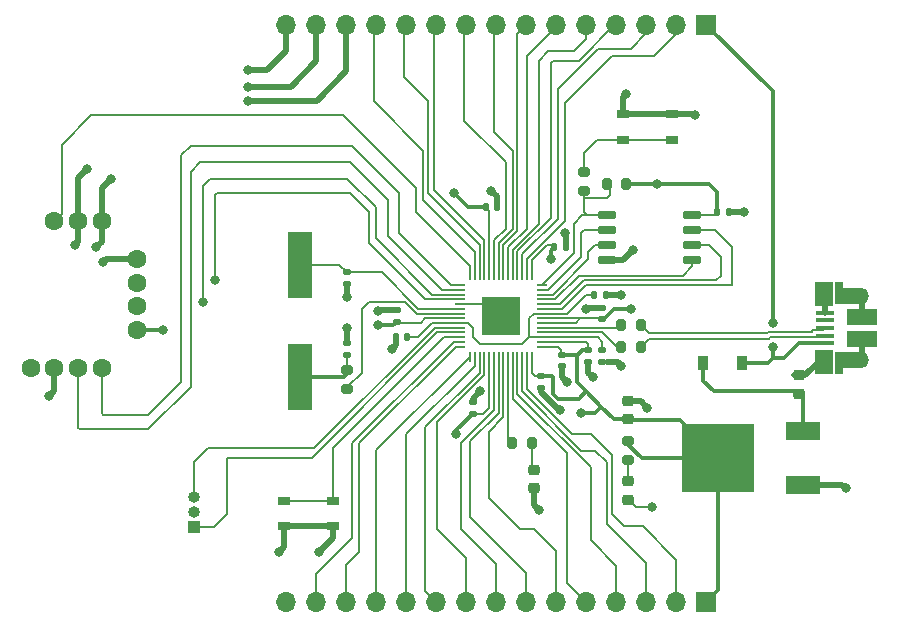
<source format=gbr>
%TF.GenerationSoftware,KiCad,Pcbnew,(6.0.6)*%
%TF.CreationDate,2022-08-27T21:29:47+05:30*%
%TF.ProjectId,rp2040-ble,72703230-3430-42d6-926c-652e6b696361,rev?*%
%TF.SameCoordinates,Original*%
%TF.FileFunction,Copper,L1,Top*%
%TF.FilePolarity,Positive*%
%FSLAX46Y46*%
G04 Gerber Fmt 4.6, Leading zero omitted, Abs format (unit mm)*
G04 Created by KiCad (PCBNEW (6.0.6)) date 2022-08-27 21:29:47*
%MOMM*%
%LPD*%
G01*
G04 APERTURE LIST*
G04 Aperture macros list*
%AMRoundRect*
0 Rectangle with rounded corners*
0 $1 Rounding radius*
0 $2 $3 $4 $5 $6 $7 $8 $9 X,Y pos of 4 corners*
0 Add a 4 corners polygon primitive as box body*
4,1,4,$2,$3,$4,$5,$6,$7,$8,$9,$2,$3,0*
0 Add four circle primitives for the rounded corners*
1,1,$1+$1,$2,$3*
1,1,$1+$1,$4,$5*
1,1,$1+$1,$6,$7*
1,1,$1+$1,$8,$9*
0 Add four rect primitives between the rounded corners*
20,1,$1+$1,$2,$3,$4,$5,0*
20,1,$1+$1,$4,$5,$6,$7,0*
20,1,$1+$1,$6,$7,$8,$9,0*
20,1,$1+$1,$8,$9,$2,$3,0*%
G04 Aperture macros list end*
%TA.AperFunction,SMDPad,CuDef*%
%ADD10RoundRect,0.200000X0.200000X0.275000X-0.200000X0.275000X-0.200000X-0.275000X0.200000X-0.275000X0*%
%TD*%
%TA.AperFunction,SMDPad,CuDef*%
%ADD11RoundRect,0.200000X-0.275000X0.200000X-0.275000X-0.200000X0.275000X-0.200000X0.275000X0.200000X0*%
%TD*%
%TA.AperFunction,SMDPad,CuDef*%
%ADD12RoundRect,0.200000X0.275000X-0.200000X0.275000X0.200000X-0.275000X0.200000X-0.275000X-0.200000X0*%
%TD*%
%TA.AperFunction,SMDPad,CuDef*%
%ADD13RoundRect,0.200000X-0.200000X-0.275000X0.200000X-0.275000X0.200000X0.275000X-0.200000X0.275000X0*%
%TD*%
%TA.AperFunction,SMDPad,CuDef*%
%ADD14C,1.600000*%
%TD*%
%TA.AperFunction,SMDPad,CuDef*%
%ADD15RoundRect,0.225000X0.250000X-0.225000X0.250000X0.225000X-0.250000X0.225000X-0.250000X-0.225000X0*%
%TD*%
%TA.AperFunction,SMDPad,CuDef*%
%ADD16RoundRect,0.140000X-0.170000X0.140000X-0.170000X-0.140000X0.170000X-0.140000X0.170000X0.140000X0*%
%TD*%
%TA.AperFunction,ComponentPad*%
%ADD17R,1.700000X1.700000*%
%TD*%
%TA.AperFunction,ComponentPad*%
%ADD18O,1.700000X1.700000*%
%TD*%
%TA.AperFunction,SMDPad,CuDef*%
%ADD19RoundRect,0.150000X-0.650000X-0.150000X0.650000X-0.150000X0.650000X0.150000X-0.650000X0.150000X0*%
%TD*%
%TA.AperFunction,SMDPad,CuDef*%
%ADD20R,2.100000X5.600000*%
%TD*%
%TA.AperFunction,SMDPad,CuDef*%
%ADD21R,3.000000X1.600000*%
%TD*%
%TA.AperFunction,SMDPad,CuDef*%
%ADD22R,6.200000X5.800000*%
%TD*%
%TA.AperFunction,ComponentPad*%
%ADD23R,1.000000X1.000000*%
%TD*%
%TA.AperFunction,ComponentPad*%
%ADD24O,1.000000X1.000000*%
%TD*%
%TA.AperFunction,SMDPad,CuDef*%
%ADD25RoundRect,0.140000X0.170000X-0.140000X0.170000X0.140000X-0.170000X0.140000X-0.170000X-0.140000X0*%
%TD*%
%TA.AperFunction,SMDPad,CuDef*%
%ADD26RoundRect,0.218750X0.256250X-0.218750X0.256250X0.218750X-0.256250X0.218750X-0.256250X-0.218750X0*%
%TD*%
%TA.AperFunction,SMDPad,CuDef*%
%ADD27RoundRect,0.140000X-0.140000X-0.170000X0.140000X-0.170000X0.140000X0.170000X-0.140000X0.170000X0*%
%TD*%
%TA.AperFunction,SMDPad,CuDef*%
%ADD28R,0.900000X1.200000*%
%TD*%
%TA.AperFunction,SMDPad,CuDef*%
%ADD29RoundRect,0.140000X0.140000X0.170000X-0.140000X0.170000X-0.140000X-0.170000X0.140000X-0.170000X0*%
%TD*%
%TA.AperFunction,SMDPad,CuDef*%
%ADD30R,1.650000X0.400000*%
%TD*%
%TA.AperFunction,SMDPad,CuDef*%
%ADD31R,0.700000X1.825000*%
%TD*%
%TA.AperFunction,SMDPad,CuDef*%
%ADD32R,2.500000X1.430000*%
%TD*%
%TA.AperFunction,SMDPad,CuDef*%
%ADD33R,2.000000X1.350000*%
%TD*%
%TA.AperFunction,ComponentPad*%
%ADD34O,1.700000X1.350000*%
%TD*%
%TA.AperFunction,SMDPad,CuDef*%
%ADD35R,1.500000X2.000000*%
%TD*%
%TA.AperFunction,ComponentPad*%
%ADD36O,1.500000X1.100000*%
%TD*%
%TA.AperFunction,SMDPad,CuDef*%
%ADD37R,1.041400X0.660400*%
%TD*%
%TA.AperFunction,SMDPad,CuDef*%
%ADD38R,3.200000X3.200000*%
%TD*%
%TA.AperFunction,SMDPad,CuDef*%
%ADD39RoundRect,0.050000X-0.387500X0.050000X-0.387500X-0.050000X0.387500X-0.050000X0.387500X0.050000X0*%
%TD*%
%TA.AperFunction,SMDPad,CuDef*%
%ADD40RoundRect,0.050000X-0.050000X0.387500X-0.050000X-0.387500X0.050000X-0.387500X0.050000X0.387500X0*%
%TD*%
%TA.AperFunction,ViaPad*%
%ADD41C,0.800000*%
%TD*%
%TA.AperFunction,Conductor*%
%ADD42C,0.200000*%
%TD*%
%TA.AperFunction,Conductor*%
%ADD43C,0.300000*%
%TD*%
%TA.AperFunction,Conductor*%
%ADD44C,0.154000*%
%TD*%
%TA.AperFunction,Conductor*%
%ADD45C,0.500000*%
%TD*%
G04 APERTURE END LIST*
D10*
%TO.P,R8,1*%
%TO.N,+3.3V*%
X143225000Y-87000000D03*
%TO.P,R8,2*%
%TO.N,/QSPI_SS*%
X141575000Y-87000000D03*
%TD*%
D11*
%TO.P,R7,1*%
%TO.N,+3.3V*%
X143400000Y-108775000D03*
%TO.P,R7,2*%
%TO.N,Net-(D2-Pad2)*%
X143400000Y-110425000D03*
%TD*%
D12*
%TO.P,R6,1*%
%TO.N,/QSPI_SS*%
X139600000Y-87625000D03*
%TO.P,R6,2*%
%TO.N,/USB_BOOT*%
X139600000Y-85975000D03*
%TD*%
D13*
%TO.P,R5,1*%
%TO.N,/GPIO25*%
X133575000Y-109000000D03*
%TO.P,R5,2*%
%TO.N,Net-(D1-Pad2)*%
X135225000Y-109000000D03*
%TD*%
D12*
%TO.P,R4,1*%
%TO.N,/XOUT*%
X119600000Y-104425000D03*
%TO.P,R4,2*%
%TO.N,Net-(C13-Pad1)*%
X119600000Y-102775000D03*
%TD*%
D10*
%TO.P,R2,1*%
%TO.N,/USB_CONN_D-*%
X144450000Y-100800000D03*
%TO.P,R2,2*%
%TO.N,/USB_D-*%
X142800000Y-100800000D03*
%TD*%
%TO.P,R1,1*%
%TO.N,/USB_CONN_D+*%
X144425000Y-99000000D03*
%TO.P,R1,2*%
%TO.N,/USB_D+*%
X142775000Y-99000000D03*
%TD*%
D14*
%TO.P,U3,11,NC*%
%TO.N,unconnected-(U3-Pad11)*%
X92800000Y-102650000D03*
%TO.P,U3,10,GND*%
%TO.N,GND*%
X94800000Y-102650000D03*
%TO.P,U3,9,TXD*%
%TO.N,/BLE_TX*%
X96800000Y-102650000D03*
%TO.P,U3,8,RXD*%
%TO.N,/BLE_RX*%
X98800000Y-102650000D03*
%TO.P,U3,7,VDD*%
%TO.N,+3.3V*%
X101800000Y-99400000D03*
%TO.P,U3,6,WAKEUP*%
%TO.N,/BLE_WAKEUP*%
X101800000Y-97400000D03*
%TO.P,U3,5,PDN*%
%TO.N,/BLE_POWER_DOWN*%
X101800000Y-95400000D03*
%TO.P,U3,4,GND*%
%TO.N,GND*%
X101800000Y-93400000D03*
%TO.P,U3,3,GND*%
X98800000Y-90150000D03*
%TO.P,U3,2,GND*%
X96800000Y-90150000D03*
%TO.P,U3,1,INT*%
%TO.N,/BLE_INT*%
X94800000Y-90150000D03*
%TD*%
D15*
%TO.P,C16,1*%
%TO.N,+3.3V*%
X143400000Y-106950000D03*
%TO.P,C16,2*%
%TO.N,GND*%
X143400000Y-105400000D03*
%TD*%
D16*
%TO.P,C5,1*%
%TO.N,+3.3V*%
X140000000Y-101120000D03*
%TO.P,C5,2*%
%TO.N,GND*%
X140000000Y-102080000D03*
%TD*%
D17*
%TO.P,J1,1,Pin_1*%
%TO.N,/VBUS*%
X150000000Y-73600000D03*
D18*
%TO.P,J1,2,Pin_2*%
%TO.N,/GPIO0*%
X147460000Y-73600000D03*
%TO.P,J1,3,Pin_3*%
%TO.N,/GPIO1*%
X144920000Y-73600000D03*
%TO.P,J1,4,Pin_4*%
%TO.N,/GPIO2*%
X142380000Y-73600000D03*
%TO.P,J1,5,Pin_5*%
%TO.N,/GPIO3*%
X139840000Y-73600000D03*
%TO.P,J1,6,Pin_6*%
%TO.N,/GPIO4*%
X137300000Y-73600000D03*
%TO.P,J1,7,Pin_7*%
%TO.N,/GPIO5*%
X134760000Y-73600000D03*
%TO.P,J1,8,Pin_8*%
%TO.N,/GPIO6*%
X132220000Y-73600000D03*
%TO.P,J1,9,Pin_9*%
%TO.N,/GPIO7*%
X129680000Y-73600000D03*
%TO.P,J1,10,Pin_10*%
%TO.N,/GPIO8*%
X127140000Y-73600000D03*
%TO.P,J1,11,Pin_11*%
%TO.N,/GPIO9*%
X124600000Y-73600000D03*
%TO.P,J1,12,Pin_12*%
%TO.N,/GPIO10*%
X122060000Y-73600000D03*
%TO.P,J1,13,Pin_13*%
%TO.N,GND*%
X119520000Y-73600000D03*
%TO.P,J1,14,Pin_14*%
X116980000Y-73600000D03*
%TO.P,J1,15,Pin_15*%
X114440000Y-73600000D03*
%TD*%
D19*
%TO.P,U2,1,~{CS}*%
%TO.N,/QSPI_SS*%
X141600000Y-89695000D03*
%TO.P,U2,2,DO(IO1)*%
%TO.N,/QSPI_SD1*%
X141600000Y-90965000D03*
%TO.P,U2,3,IO2*%
%TO.N,/QSPI_SD2*%
X141600000Y-92235000D03*
%TO.P,U2,4,GND*%
%TO.N,GND*%
X141600000Y-93505000D03*
%TO.P,U2,5,DI(IO0)*%
%TO.N,/QSPI_SD0*%
X148800000Y-93505000D03*
%TO.P,U2,6,CLK*%
%TO.N,/QSPI_SCLK*%
X148800000Y-92235000D03*
%TO.P,U2,7,IO3*%
%TO.N,/QSPI_SD3*%
X148800000Y-90965000D03*
%TO.P,U2,8,VCC*%
%TO.N,+3.3V*%
X148800000Y-89695000D03*
%TD*%
D20*
%TO.P,Y1,1*%
%TO.N,/XIN*%
X115600000Y-93850000D03*
%TO.P,Y1,2*%
%TO.N,Net-(C13-Pad1)*%
X115600000Y-103350000D03*
%TD*%
D21*
%TO.P,U4,1,GND*%
%TO.N,GND*%
X158180000Y-112485000D03*
%TO.P,U4,3,IN*%
%TO.N,Net-(C15-Pad1)*%
X158180000Y-107915000D03*
D22*
%TO.P,U4,4,OUT*%
%TO.N,+3.3V*%
X151000000Y-110200000D03*
%TD*%
D17*
%TO.P,J2,1,Pin_1*%
%TO.N,+3.3V*%
X150000000Y-122425000D03*
D18*
%TO.P,J2,2,Pin_2*%
%TO.N,/GPIO29*%
X147460000Y-122425000D03*
%TO.P,J2,3,Pin_3*%
%TO.N,/GPIO28*%
X144920000Y-122425000D03*
%TO.P,J2,4,Pin_4*%
%TO.N,/GPIO27*%
X142380000Y-122425000D03*
%TO.P,J2,5,Pin_5*%
%TO.N,/GPIO26*%
X139840000Y-122425000D03*
%TO.P,J2,6,Pin_6*%
%TO.N,/GPIO24*%
X137300000Y-122425000D03*
%TO.P,J2,7,Pin_7*%
%TO.N,/GPIO23*%
X134760000Y-122425000D03*
%TO.P,J2,8,Pin_8*%
%TO.N,/GPIO22*%
X132220000Y-122425000D03*
%TO.P,J2,9,Pin_9*%
%TO.N,/GPIO21*%
X129680000Y-122425000D03*
%TO.P,J2,10,Pin_10*%
%TO.N,/GPIO20*%
X127140000Y-122425000D03*
%TO.P,J2,11,Pin_11*%
%TO.N,/GPIO19*%
X124600000Y-122425000D03*
%TO.P,J2,12,Pin_12*%
%TO.N,/GPIO18*%
X122060000Y-122425000D03*
%TO.P,J2,13,Pin_13*%
%TO.N,/GPIO17*%
X119520000Y-122425000D03*
%TO.P,J2,14,Pin_14*%
%TO.N,/GPIO16*%
X116980000Y-122425000D03*
%TO.P,J2,15,Pin_15*%
%TO.N,GND*%
X114440000Y-122425000D03*
%TD*%
D23*
%TO.P,J4,1,Pin_1*%
%TO.N,/SWD*%
X106600000Y-116075000D03*
D24*
%TO.P,J4,2,Pin_2*%
%TO.N,GND*%
X106600000Y-114805000D03*
%TO.P,J4,3,Pin_3*%
%TO.N,/SWCLK*%
X106600000Y-113535000D03*
%TD*%
D15*
%TO.P,C15,1*%
%TO.N,Net-(C15-Pad1)*%
X157800000Y-104775000D03*
%TO.P,C15,2*%
%TO.N,GND*%
X157800000Y-103225000D03*
%TD*%
D25*
%TO.P,C4,1*%
%TO.N,+3.3V*%
X123800000Y-98680000D03*
%TO.P,C4,2*%
%TO.N,GND*%
X123800000Y-97720000D03*
%TD*%
D26*
%TO.P,D2,1,K*%
%TO.N,GND*%
X143400000Y-113787500D03*
%TO.P,D2,2,A*%
%TO.N,Net-(D2-Pad2)*%
X143400000Y-112212500D03*
%TD*%
D27*
%TO.P,C12,1*%
%TO.N,+1V1*%
X140520000Y-96400000D03*
%TO.P,C12,2*%
%TO.N,GND*%
X141480000Y-96400000D03*
%TD*%
%TO.P,C14,1*%
%TO.N,+3.3V*%
X150920000Y-89400000D03*
%TO.P,C14,2*%
%TO.N,GND*%
X151880000Y-89400000D03*
%TD*%
D16*
%TO.P,C7,1*%
%TO.N,+3.3V*%
X136000000Y-103320000D03*
%TO.P,C7,2*%
%TO.N,GND*%
X136000000Y-104280000D03*
%TD*%
D26*
%TO.P,D1,1,K*%
%TO.N,GND*%
X135400000Y-112787500D03*
%TO.P,D1,2,A*%
%TO.N,Net-(D1-Pad2)*%
X135400000Y-111212500D03*
%TD*%
D25*
%TO.P,C9,1*%
%TO.N,+3.3V*%
X141200000Y-98480000D03*
%TO.P,C9,2*%
%TO.N,GND*%
X141200000Y-97520000D03*
%TD*%
D27*
%TO.P,C3,1*%
%TO.N,+3.3V*%
X131320000Y-89000000D03*
%TO.P,C3,2*%
%TO.N,GND*%
X132280000Y-89000000D03*
%TD*%
D28*
%TO.P,D3,1,K*%
%TO.N,Net-(C15-Pad1)*%
X149750000Y-102200000D03*
%TO.P,D3,2,A*%
%TO.N,/VBUS*%
X153050000Y-102200000D03*
%TD*%
D29*
%TO.P,C11,1*%
%TO.N,+1V1*%
X124680000Y-100000000D03*
%TO.P,C11,2*%
%TO.N,GND*%
X123720000Y-100000000D03*
%TD*%
D25*
%TO.P,C6,1*%
%TO.N,+3.3V*%
X130200000Y-106480000D03*
%TO.P,C6,2*%
%TO.N,GND*%
X130200000Y-105520000D03*
%TD*%
D30*
%TO.P,J3,1,VBUS*%
%TO.N,/VBUS*%
X160035000Y-100525000D03*
%TO.P,J3,2,D-*%
%TO.N,/USB_CONN_D-*%
X160035000Y-99875000D03*
%TO.P,J3,3,D+*%
%TO.N,/USB_CONN_D+*%
X160035000Y-99225000D03*
%TO.P,J3,4,ID*%
%TO.N,unconnected-(J3-Pad4)*%
X160035000Y-98575000D03*
%TO.P,J3,5,GND*%
%TO.N,GND*%
X160035000Y-97925000D03*
D31*
%TO.P,J3,6,Shield*%
X161235000Y-102175000D03*
D32*
X163185000Y-98265000D03*
D33*
X161985000Y-101955000D03*
D34*
X162915000Y-101955000D03*
D35*
X159915000Y-96325000D03*
D34*
X162915000Y-96495000D03*
D31*
X161235000Y-96225000D03*
D36*
X159915000Y-101645000D03*
X159915000Y-96805000D03*
D35*
X159935000Y-102075000D03*
D32*
X163185000Y-100185000D03*
D33*
X161985000Y-96475000D03*
%TD*%
D16*
%TO.P,C10,1*%
%TO.N,/XIN*%
X119600000Y-94520000D03*
%TO.P,C10,2*%
%TO.N,GND*%
X119600000Y-95480000D03*
%TD*%
D37*
%TO.P,SW2,1,1*%
%TO.N,/RUN*%
X114243300Y-113878401D03*
%TO.P,SW2,2,2*%
X118393300Y-113878401D03*
%TO.P,SW2,3,3*%
%TO.N,GND*%
X114243300Y-116028399D03*
%TO.P,SW2,4,4*%
X118393300Y-116028399D03*
%TD*%
D27*
%TO.P,C1,1*%
%TO.N,+3.3V*%
X137120000Y-92400000D03*
%TO.P,C1,2*%
%TO.N,GND*%
X138080000Y-92400000D03*
%TD*%
D37*
%TO.P,SW1,1,1*%
%TO.N,/USB_BOOT*%
X147075000Y-83274999D03*
%TO.P,SW1,2,2*%
X142925000Y-83274999D03*
%TO.P,SW1,3,3*%
%TO.N,GND*%
X147075000Y-81125001D03*
%TO.P,SW1,4,4*%
X142925000Y-81125001D03*
%TD*%
D16*
%TO.P,C2,1*%
%TO.N,+3.3V*%
X137800000Y-101520000D03*
%TO.P,C2,2*%
%TO.N,GND*%
X137800000Y-102480000D03*
%TD*%
D25*
%TO.P,C13,1*%
%TO.N,Net-(C13-Pad1)*%
X119600000Y-101480000D03*
%TO.P,C13,2*%
%TO.N,GND*%
X119600000Y-100520000D03*
%TD*%
D16*
%TO.P,C8,1*%
%TO.N,+1V1*%
X141200000Y-101120000D03*
%TO.P,C8,2*%
%TO.N,GND*%
X141200000Y-102080000D03*
%TD*%
D38*
%TO.P,U1,57,GND*%
%TO.N,GND*%
X132600000Y-98200000D03*
D39*
%TO.P,U1,56,QSPI_SS*%
%TO.N,/QSPI_SS*%
X136037500Y-95600000D03*
%TO.P,U1,55,QSPI_SD1*%
%TO.N,/QSPI_SD1*%
X136037500Y-96000000D03*
%TO.P,U1,54,QSPI_SD2*%
%TO.N,/QSPI_SD2*%
X136037500Y-96400000D03*
%TO.P,U1,53,QSPI_SD0*%
%TO.N,/QSPI_SD0*%
X136037500Y-96800000D03*
%TO.P,U1,52,QSPI_SCLK*%
%TO.N,/QSPI_SCLK*%
X136037500Y-97200000D03*
%TO.P,U1,51,QSPI_SD3*%
%TO.N,/QSPI_SD3*%
X136037500Y-97600000D03*
%TO.P,U1,50,DVDD*%
%TO.N,+1V1*%
X136037500Y-98000000D03*
%TO.P,U1,49,IOVDD*%
%TO.N,+3.3V*%
X136037500Y-98400000D03*
%TO.P,U1,48,USB_VDD*%
X136037500Y-98800000D03*
%TO.P,U1,47,USB_DP*%
%TO.N,/USB_D+*%
X136037500Y-99200000D03*
%TO.P,U1,46,USB_DM*%
%TO.N,/USB_D-*%
X136037500Y-99600000D03*
%TO.P,U1,45,VREG_VOUT*%
%TO.N,+1V1*%
X136037500Y-100000000D03*
%TO.P,U1,44,VREG_IN*%
%TO.N,+3.3V*%
X136037500Y-100400000D03*
%TO.P,U1,43,ADC_AVDD*%
X136037500Y-100800000D03*
D40*
%TO.P,U1,42,IOVDD*%
X135200000Y-101637500D03*
%TO.P,U1,41,GPIO29_ADC3*%
%TO.N,/GPIO29*%
X134800000Y-101637500D03*
%TO.P,U1,40,GPIO28_ADC2*%
%TO.N,/GPIO28*%
X134400000Y-101637500D03*
%TO.P,U1,39,GPIO27_ADC1*%
%TO.N,/GPIO27*%
X134000000Y-101637500D03*
%TO.P,U1,38,GPIO26_ADC0*%
%TO.N,/GPIO26*%
X133600000Y-101637500D03*
%TO.P,U1,37,GPIO25*%
%TO.N,/GPIO25*%
X133200000Y-101637500D03*
%TO.P,U1,36,GPIO24*%
%TO.N,/GPIO24*%
X132800000Y-101637500D03*
%TO.P,U1,35,GPIO23*%
%TO.N,/GPIO23*%
X132400000Y-101637500D03*
%TO.P,U1,34,GPIO22*%
%TO.N,/GPIO22*%
X132000000Y-101637500D03*
%TO.P,U1,33,IOVDD*%
%TO.N,+3.3V*%
X131600000Y-101637500D03*
%TO.P,U1,32,GPIO21*%
%TO.N,/GPIO21*%
X131200000Y-101637500D03*
%TO.P,U1,31,GPIO20*%
%TO.N,/GPIO20*%
X130800000Y-101637500D03*
%TO.P,U1,30,GPIO19*%
%TO.N,/GPIO19*%
X130400000Y-101637500D03*
%TO.P,U1,29,GPIO18*%
%TO.N,/GPIO18*%
X130000000Y-101637500D03*
D39*
%TO.P,U1,28,GPIO17*%
%TO.N,/GPIO17*%
X129162500Y-100800000D03*
%TO.P,U1,27,GPIO16*%
%TO.N,/GPIO16*%
X129162500Y-100400000D03*
%TO.P,U1,26,RUN*%
%TO.N,/RUN*%
X129162500Y-100000000D03*
%TO.P,U1,25,SWD*%
%TO.N,/SWD*%
X129162500Y-99600000D03*
%TO.P,U1,24,SWCLK*%
%TO.N,/SWCLK*%
X129162500Y-99200000D03*
%TO.P,U1,23,DVDD*%
%TO.N,+1V1*%
X129162500Y-98800000D03*
%TO.P,U1,22,IOVDD*%
%TO.N,+3.3V*%
X129162500Y-98400000D03*
%TO.P,U1,21,XOUT*%
%TO.N,/XOUT*%
X129162500Y-98000000D03*
%TO.P,U1,20,XIN*%
%TO.N,/XIN*%
X129162500Y-97600000D03*
%TO.P,U1,19,TESTEN*%
%TO.N,GND*%
X129162500Y-97200000D03*
%TO.P,U1,18,GPIO15*%
%TO.N,/BLE_POWER_DOWN*%
X129162500Y-96800000D03*
%TO.P,U1,17,GPIO14*%
%TO.N,/BLE_WAKEUP*%
X129162500Y-96400000D03*
%TO.P,U1,16,GPIO13*%
%TO.N,/BLE_TX*%
X129162500Y-96000000D03*
%TO.P,U1,15,GPIO12*%
%TO.N,/BLE_RX*%
X129162500Y-95600000D03*
D40*
%TO.P,U1,14,GPIO11*%
%TO.N,/BLE_INT*%
X130000000Y-94762500D03*
%TO.P,U1,13,GPIO10*%
%TO.N,/GPIO10*%
X130400000Y-94762500D03*
%TO.P,U1,12,GPIO9*%
%TO.N,/GPIO9*%
X130800000Y-94762500D03*
%TO.P,U1,11,GPIO8*%
%TO.N,/GPIO8*%
X131200000Y-94762500D03*
%TO.P,U1,10,IOVDD*%
%TO.N,+3.3V*%
X131600000Y-94762500D03*
%TO.P,U1,9,GPIO7*%
%TO.N,/GPIO7*%
X132000000Y-94762500D03*
%TO.P,U1,8,GPIO6*%
%TO.N,/GPIO6*%
X132400000Y-94762500D03*
%TO.P,U1,7,GPIO5*%
%TO.N,/GPIO5*%
X132800000Y-94762500D03*
%TO.P,U1,6,GPIO4*%
%TO.N,/GPIO4*%
X133200000Y-94762500D03*
%TO.P,U1,5,GPIO3*%
%TO.N,/GPIO3*%
X133600000Y-94762500D03*
%TO.P,U1,4,GPIO2*%
%TO.N,/GPIO2*%
X134000000Y-94762500D03*
%TO.P,U1,3,GPIO1*%
%TO.N,/GPIO1*%
X134400000Y-94762500D03*
%TO.P,U1,2,GPIO0*%
%TO.N,/GPIO0*%
X134800000Y-94762500D03*
%TO.P,U1,1,IOVDD*%
%TO.N,+3.3V*%
X135200000Y-94762500D03*
%TD*%
D41*
%TO.N,GND*%
X145400000Y-114400000D03*
%TO.N,+3.3V*%
X128600000Y-87800000D03*
X128800000Y-108200000D03*
X139400000Y-106400000D03*
X143600000Y-97600000D03*
X145800000Y-87000000D03*
X103950000Y-99400000D03*
X136800000Y-93400000D03*
X122200000Y-99000000D03*
%TO.N,GND*%
X137600000Y-106200000D03*
X99550000Y-86600000D03*
X145000000Y-105975000D03*
X130800000Y-104600000D03*
X111200000Y-80000000D03*
X96550000Y-92200000D03*
X111200000Y-77400000D03*
X119600000Y-99200000D03*
X138200000Y-103800000D03*
X98350000Y-92400000D03*
X117200000Y-118200000D03*
X161800000Y-112800000D03*
X149000000Y-81200000D03*
X139800000Y-97600000D03*
X111200000Y-78800000D03*
X122200000Y-97800000D03*
X133800000Y-97200000D03*
X138000000Y-91200000D03*
X97550000Y-85800000D03*
X142800000Y-96400000D03*
X131600000Y-97200000D03*
X131600000Y-99400000D03*
X140380697Y-103396783D03*
X131800000Y-87600000D03*
X98950000Y-93600000D03*
X143800000Y-92600000D03*
X143200000Y-79400000D03*
X113800000Y-118200000D03*
X142800000Y-102400000D03*
X135800000Y-114600000D03*
X123400000Y-101000000D03*
X94350000Y-105000000D03*
X153200000Y-89400000D03*
X119600000Y-96600000D03*
X133800000Y-99400000D03*
X132600000Y-98400000D03*
%TO.N,/VBUS*%
X155600000Y-100800000D03*
X155600000Y-98800000D03*
%TO.N,/BLE_WAKEUP*%
X107350000Y-97000000D03*
X101800000Y-97400000D03*
%TO.N,/BLE_POWER_DOWN*%
X108350000Y-95200000D03*
X101800000Y-95400000D03*
%TD*%
D42*
%TO.N,/USB_CONN_D+*%
X159885000Y-99375000D02*
X160035000Y-99225000D01*
X158910000Y-99575019D02*
X158910000Y-99375000D01*
X158910000Y-99375000D02*
X159885000Y-99375000D01*
X155198661Y-99575019D02*
X158910000Y-99575019D01*
X155086182Y-99687499D02*
X155198661Y-99575019D01*
X145112499Y-99687499D02*
X155086182Y-99687499D01*
X144425000Y-99000000D02*
X145112499Y-99687499D01*
%TO.N,/USB_CONN_D-*%
X159871397Y-100025000D02*
X160021397Y-99875000D01*
X160021397Y-99875000D02*
X160035000Y-99875000D01*
X155272549Y-100137501D02*
X155385050Y-100025000D01*
X145112499Y-100137501D02*
X155272549Y-100137501D01*
X155385050Y-100025000D02*
X159871397Y-100025000D01*
X144450000Y-100800000D02*
X145112499Y-100137501D01*
D43*
%TO.N,/VBUS*%
X155200000Y-102200000D02*
X153050000Y-102200000D01*
X155600000Y-101800000D02*
X155200000Y-102200000D01*
%TO.N,Net-(C15-Pad1)*%
X157625000Y-104600000D02*
X157800000Y-104775000D01*
X150625000Y-104600000D02*
X157625000Y-104600000D01*
X149750000Y-103725000D02*
X150625000Y-104600000D01*
X149750000Y-102200000D02*
X149750000Y-103725000D01*
D44*
%TO.N,/USB_D-*%
X142400000Y-100800000D02*
X142800000Y-100800000D01*
X141200000Y-99600000D02*
X142400000Y-100800000D01*
X136037500Y-99600000D02*
X141200000Y-99600000D01*
%TO.N,/GPIO25*%
X133200000Y-108625000D02*
X133575000Y-109000000D01*
X133200000Y-101637500D02*
X133200000Y-108625000D01*
%TO.N,Net-(D1-Pad2)*%
X135225000Y-111037500D02*
X135400000Y-111212500D01*
X135225000Y-109000000D02*
X135225000Y-111037500D01*
D45*
%TO.N,GND*%
X135400000Y-112787500D02*
X135400000Y-114200000D01*
D44*
X144012500Y-114400000D02*
X145400000Y-114400000D01*
X143400000Y-113787500D02*
X144012500Y-114400000D01*
D42*
%TO.N,Net-(D2-Pad2)*%
X143400000Y-110110000D02*
X143400000Y-112212500D01*
D44*
%TO.N,+1V1*%
X141200000Y-100400000D02*
X141200000Y-101120000D01*
X140800000Y-100000000D02*
X141200000Y-100400000D01*
X140800000Y-100000000D02*
X136037500Y-100000000D01*
%TO.N,/BLE_INT*%
X95400000Y-89550000D02*
X94800000Y-90150000D01*
X95400000Y-83700000D02*
X95400000Y-89550000D01*
X119200000Y-81200000D02*
X97900000Y-81200000D01*
X97900000Y-81200000D02*
X95400000Y-83700000D01*
X125400000Y-87400000D02*
X119200000Y-81200000D01*
X125400000Y-89400000D02*
X125400000Y-87400000D01*
X130000000Y-94762500D02*
X130000000Y-94000000D01*
X130000000Y-94000000D02*
X125400000Y-89400000D01*
%TO.N,+3.3V*%
X137400000Y-100800000D02*
X137720000Y-101120000D01*
D43*
X143400000Y-106950000D02*
X142150000Y-106950000D01*
D44*
X136920000Y-92200000D02*
X137120000Y-92400000D01*
X135520000Y-103320000D02*
X136000000Y-103320000D01*
D43*
X151000000Y-121425000D02*
X150000000Y-122425000D01*
D44*
X123920000Y-98800000D02*
X123800000Y-98680000D01*
X131600000Y-89280000D02*
X131320000Y-89000000D01*
D43*
X129800000Y-89000000D02*
X131320000Y-89000000D01*
X136920000Y-103320000D02*
X136000000Y-103320000D01*
X145800000Y-87000000D02*
X150200000Y-87000000D01*
X139200000Y-105200000D02*
X137400000Y-105200000D01*
D44*
X129162500Y-98400000D02*
X126200000Y-98400000D01*
X140000000Y-100600000D02*
X140000000Y-101120000D01*
D43*
X143600000Y-97600000D02*
X142200000Y-97600000D01*
X150200000Y-87000000D02*
X150920000Y-87720000D01*
D44*
X141120000Y-98400000D02*
X141200000Y-98480000D01*
X135200000Y-93500632D02*
X136500632Y-92200000D01*
D43*
X137400000Y-105200000D02*
X137000000Y-104800000D01*
X128800000Y-108200000D02*
X128800000Y-107880000D01*
D44*
X135200000Y-101637500D02*
X135200000Y-103000000D01*
D43*
X139480000Y-101120000D02*
X140000000Y-101120000D01*
D44*
X131600000Y-106000000D02*
X131120000Y-106480000D01*
X131600000Y-94762500D02*
X131600000Y-89280000D01*
D43*
X141100000Y-105900000D02*
X139800000Y-104600000D01*
X140600000Y-106400000D02*
X139400000Y-106400000D01*
X142200000Y-97600000D02*
X141320000Y-98480000D01*
D44*
X131600000Y-101637500D02*
X131600000Y-106000000D01*
D43*
X103950000Y-99400000D02*
X101800000Y-99400000D01*
D44*
X136500632Y-92200000D02*
X136920000Y-92200000D01*
X136037500Y-100800000D02*
X137400000Y-100800000D01*
X138920000Y-98800000D02*
X139320000Y-98400000D01*
X135200000Y-103000000D02*
X135520000Y-103320000D01*
X136037500Y-100400000D02*
X139800000Y-100400000D01*
D43*
X141320000Y-98480000D02*
X141200000Y-98480000D01*
X123480000Y-99000000D02*
X123800000Y-98680000D01*
X143600000Y-107150000D02*
X143400000Y-106950000D01*
X145800000Y-87000000D02*
X142910000Y-87000000D01*
X141100000Y-105900000D02*
X140600000Y-106400000D01*
X142150000Y-106950000D02*
X141100000Y-105900000D01*
X139800000Y-104600000D02*
X139000000Y-103800000D01*
D44*
X125800000Y-98800000D02*
X123920000Y-98800000D01*
D43*
X138920000Y-101520000D02*
X137800000Y-101520000D01*
D44*
X136037500Y-98400000D02*
X139320000Y-98400000D01*
X148800000Y-89695000D02*
X150625000Y-89695000D01*
D43*
X128800000Y-107880000D02*
X130200000Y-106480000D01*
X139000000Y-103800000D02*
X139000000Y-101600000D01*
X139000000Y-101600000D02*
X138920000Y-101520000D01*
X136800000Y-92720000D02*
X137120000Y-92400000D01*
D44*
X137720000Y-101120000D02*
X137720000Y-101600000D01*
X150625000Y-89695000D02*
X150920000Y-89400000D01*
X139320000Y-98400000D02*
X141120000Y-98400000D01*
X135200000Y-94762500D02*
X135200000Y-93500632D01*
D43*
X136800000Y-93400000D02*
X136800000Y-92720000D01*
D44*
X126200000Y-98400000D02*
X125800000Y-98800000D01*
D43*
X150920000Y-87720000D02*
X150920000Y-89400000D01*
D44*
X136037500Y-98800000D02*
X138920000Y-98800000D01*
D43*
X151000000Y-110200000D02*
X147800000Y-107000000D01*
X122200000Y-99000000D02*
X123480000Y-99000000D01*
X137000000Y-103400000D02*
X136920000Y-103320000D01*
X147800000Y-107000000D02*
X143775000Y-107000000D01*
X143400000Y-109090000D02*
X144510000Y-110200000D01*
X137000000Y-104800000D02*
X137000000Y-103400000D01*
D44*
X139800000Y-100400000D02*
X140000000Y-100600000D01*
D43*
X139800000Y-104600000D02*
X139200000Y-105200000D01*
X139000000Y-101600000D02*
X139480000Y-101120000D01*
D44*
X131120000Y-106480000D02*
X130200000Y-106480000D01*
D43*
X151000000Y-110200000D02*
X151000000Y-121425000D01*
X128600000Y-87800000D02*
X129800000Y-89000000D01*
X144510000Y-110200000D02*
X151000000Y-110200000D01*
D45*
%TO.N,GND*%
X123720000Y-100680000D02*
X123400000Y-101000000D01*
X132280000Y-88080000D02*
X131800000Y-87600000D01*
X135400000Y-114200000D02*
X135800000Y-114600000D01*
X116980000Y-76620000D02*
X116980000Y-73600000D01*
X98800000Y-90150000D02*
X98800000Y-91950000D01*
X158335000Y-103225000D02*
X159915000Y-101645000D01*
X130200000Y-105520000D02*
X130200000Y-105200000D01*
D44*
X131600000Y-97200000D02*
X132600000Y-98200000D01*
D45*
X142925000Y-81125001D02*
X147075000Y-81125001D01*
X137800000Y-103400000D02*
X138200000Y-103800000D01*
X96800000Y-90150000D02*
X96800000Y-91950000D01*
X119600000Y-100520000D02*
X119600000Y-99200000D01*
X160035000Y-96925000D02*
X159915000Y-96805000D01*
X114440000Y-73600000D02*
X114440000Y-75760000D01*
X101800000Y-93400000D02*
X99150000Y-93400000D01*
X112800000Y-77400000D02*
X111200000Y-77400000D01*
X160035000Y-97925000D02*
X160035000Y-96925000D01*
X143400000Y-105400000D02*
X144425000Y-105400000D01*
X118393300Y-116028399D02*
X118393300Y-117006700D01*
X114243300Y-116028399D02*
X118393300Y-116028399D01*
X139880000Y-97520000D02*
X139800000Y-97600000D01*
X163185000Y-96765000D02*
X162915000Y-96495000D01*
X123800000Y-97720000D02*
X122280000Y-97720000D01*
X163185000Y-101685000D02*
X162915000Y-101955000D01*
X96800000Y-90150000D02*
X96800000Y-86550000D01*
X114243300Y-117756700D02*
X113800000Y-118200000D01*
X111200000Y-80000000D02*
X117000000Y-80000000D01*
X132280000Y-89000000D02*
X132280000Y-88080000D01*
X158180000Y-112485000D02*
X161485000Y-112485000D01*
X136000000Y-104280000D02*
X136000000Y-104648528D01*
X163185000Y-98265000D02*
X163185000Y-96765000D01*
X94800000Y-104550000D02*
X94350000Y-105000000D01*
X142925000Y-79675000D02*
X143200000Y-79400000D01*
X142480000Y-102080000D02*
X142800000Y-102400000D01*
X142895000Y-93505000D02*
X143800000Y-92600000D01*
X138080000Y-91280000D02*
X138000000Y-91200000D01*
X141480000Y-96400000D02*
X142800000Y-96400000D01*
X140000000Y-102080000D02*
X140000000Y-103016086D01*
X119520000Y-77480000D02*
X119520000Y-73600000D01*
X117000000Y-80000000D02*
X119520000Y-77480000D01*
X96800000Y-91950000D02*
X96550000Y-92200000D01*
X111200000Y-78800000D02*
X114800000Y-78800000D01*
X144425000Y-105400000D02*
X145000000Y-105975000D01*
X147075000Y-81125001D02*
X148925001Y-81125001D01*
X137800000Y-102480000D02*
X137800000Y-103400000D01*
X141200000Y-97520000D02*
X139880000Y-97520000D01*
X141600000Y-93505000D02*
X142895000Y-93505000D01*
X123720000Y-100000000D02*
X123720000Y-100680000D01*
X98800000Y-87350000D02*
X99550000Y-86600000D01*
X141600000Y-102080000D02*
X142480000Y-102080000D01*
X163185000Y-100185000D02*
X163185000Y-101685000D01*
X98800000Y-91950000D02*
X98350000Y-92400000D01*
X122280000Y-97720000D02*
X122200000Y-97800000D01*
X157400000Y-103225000D02*
X158335000Y-103225000D01*
X151880000Y-89400000D02*
X153200000Y-89400000D01*
X161485000Y-112485000D02*
X161800000Y-112800000D01*
X138080000Y-92400000D02*
X138080000Y-91280000D01*
X118393300Y-117006700D02*
X117200000Y-118200000D01*
X148925001Y-81125001D02*
X149000000Y-81200000D01*
X130200000Y-105200000D02*
X130800000Y-104600000D01*
X114440000Y-75760000D02*
X112800000Y-77400000D01*
X99150000Y-93400000D02*
X98950000Y-93600000D01*
D44*
X129162500Y-97200000D02*
X131600000Y-97200000D01*
D45*
X96800000Y-86550000D02*
X97550000Y-85800000D01*
X114800000Y-78800000D02*
X116980000Y-76620000D01*
X119600000Y-95480000D02*
X119600000Y-96600000D01*
X140000000Y-103016086D02*
X140380697Y-103396783D01*
X136000000Y-104648528D02*
X137551472Y-106200000D01*
X142925000Y-81125001D02*
X142925000Y-79675000D01*
X137551472Y-106200000D02*
X137600000Y-106200000D01*
X98800000Y-90150000D02*
X98800000Y-87350000D01*
X114243300Y-116028399D02*
X114243300Y-117756700D01*
X94800000Y-102650000D02*
X94800000Y-104550000D01*
D44*
%TO.N,+1V1*%
X126800000Y-98800000D02*
X125600000Y-100000000D01*
X130800000Y-100600000D02*
X130200000Y-100000000D01*
X129162500Y-98800000D02*
X126800000Y-98800000D01*
X136037500Y-100000000D02*
X135000000Y-100000000D01*
X138200000Y-98000000D02*
X139800000Y-96400000D01*
X139800000Y-96400000D02*
X140520000Y-96400000D01*
X135000000Y-100000000D02*
X134400000Y-100600000D01*
X136037500Y-98000000D02*
X138200000Y-98000000D01*
X129800000Y-98800000D02*
X129162500Y-98800000D01*
X135400000Y-98000000D02*
X135000000Y-98400000D01*
X130200000Y-100000000D02*
X130200000Y-99200000D01*
X135000000Y-98400000D02*
X135000000Y-100000000D01*
X136037500Y-98000000D02*
X135400000Y-98000000D01*
X130200000Y-99200000D02*
X129800000Y-98800000D01*
X125600000Y-100000000D02*
X124880000Y-100000000D01*
X134400000Y-100600000D02*
X130800000Y-100600000D01*
%TO.N,/XIN*%
X122520000Y-94520000D02*
X119600000Y-94520000D01*
X125600000Y-97600000D02*
X122520000Y-94520000D01*
X119600000Y-94520000D02*
X118930000Y-93850000D01*
X118930000Y-93850000D02*
X115600000Y-93850000D01*
X129162500Y-97600000D02*
X125600000Y-97600000D01*
D43*
%TO.N,Net-(C13-Pad1)*%
X119340000Y-103350000D02*
X119600000Y-103090000D01*
D44*
X119600000Y-101480000D02*
X119600000Y-103090000D01*
D43*
X115600000Y-103350000D02*
X119340000Y-103350000D01*
%TO.N,Net-(C15-Pad1)*%
X158180000Y-105155000D02*
X157800000Y-104775000D01*
X158180000Y-107915000D02*
X158180000Y-105155000D01*
D44*
%TO.N,Net-(D1-Pad2)*%
X135110000Y-110922500D02*
X135400000Y-111212500D01*
D43*
%TO.N,/VBUS*%
X157875000Y-100525000D02*
X156600000Y-101800000D01*
X155600000Y-101800000D02*
X155600000Y-100800000D01*
X155600000Y-79200000D02*
X150000000Y-73600000D01*
X156600000Y-101800000D02*
X155600000Y-101800000D01*
X155600000Y-98800000D02*
X155600000Y-79200000D01*
X157875000Y-100525000D02*
X160035000Y-100525000D01*
D44*
%TO.N,/GPIO5*%
X134000000Y-74360000D02*
X134760000Y-73600000D01*
X134000000Y-91000000D02*
X134000000Y-74360000D01*
X132800000Y-94762500D02*
X132800000Y-92200000D01*
X132800000Y-92200000D02*
X134000000Y-91000000D01*
%TO.N,/GPIO6*%
X133600000Y-84200000D02*
X132000000Y-82600000D01*
X132400000Y-94762500D02*
X132400000Y-92000000D01*
X132000000Y-82600000D02*
X132000000Y-72800000D01*
X132400000Y-92000000D02*
X133600000Y-90800000D01*
X133600000Y-90800000D02*
X133600000Y-84200000D01*
%TO.N,/GPIO7*%
X129460000Y-81660000D02*
X129460000Y-72800000D01*
X133000000Y-85200000D02*
X129460000Y-81660000D01*
X132000000Y-91800000D02*
X133000000Y-90800000D01*
X132000000Y-94762500D02*
X132000000Y-91800000D01*
X133000000Y-90800000D02*
X133000000Y-85200000D01*
%TO.N,/GPIO8*%
X131200000Y-91800000D02*
X126920000Y-87520000D01*
X126920000Y-87520000D02*
X126920000Y-72800000D01*
X131200000Y-94762500D02*
X131200000Y-91800000D01*
%TO.N,/GPIO9*%
X126400000Y-80000000D02*
X124380000Y-77980000D01*
X130800000Y-94762500D02*
X130800000Y-92200000D01*
X126400000Y-87800000D02*
X126400000Y-80000000D01*
X130800000Y-92200000D02*
X126400000Y-87800000D01*
X124380000Y-77980000D02*
X124380000Y-72800000D01*
%TO.N,/GPIO10*%
X130400000Y-94762500D02*
X130400000Y-92800000D01*
X130400000Y-92800000D02*
X126000000Y-88400000D01*
X121840000Y-80040000D02*
X121840000Y-72800000D01*
X126000000Y-88400000D02*
X126000000Y-84200000D01*
X126000000Y-84200000D02*
X121840000Y-80040000D01*
%TO.N,/GPIO0*%
X138000000Y-80200000D02*
X142000000Y-76200000D01*
X134800000Y-93400000D02*
X138000000Y-90200000D01*
X138000000Y-90200000D02*
X138000000Y-80200000D01*
X147460000Y-74340000D02*
X147460000Y-73600000D01*
X142000000Y-76200000D02*
X145600000Y-76200000D01*
X134800000Y-94762500D02*
X134800000Y-93400000D01*
X145600000Y-76200000D02*
X147460000Y-74340000D01*
%TO.N,/GPIO1*%
X134400000Y-94762500D02*
X134400000Y-93000000D01*
X137400000Y-79000000D02*
X140800000Y-75600000D01*
X134400000Y-93000000D02*
X137400000Y-90000000D01*
X143600000Y-75600000D02*
X144920000Y-74280000D01*
X140800000Y-75600000D02*
X143600000Y-75600000D01*
X144920000Y-74280000D02*
X144920000Y-73600000D01*
X137400000Y-90000000D02*
X137400000Y-79000000D01*
%TO.N,/GPIO2*%
X142200000Y-73600000D02*
X142380000Y-73600000D01*
X134000000Y-94762500D02*
X134000000Y-92700632D01*
X134000000Y-92700632D02*
X136800000Y-89900632D01*
X136800000Y-76800000D02*
X137000000Y-76600000D01*
X137000000Y-76600000D02*
X139200000Y-76600000D01*
X139200000Y-76600000D02*
X142200000Y-73600000D01*
X136800000Y-89900632D02*
X136800000Y-76800000D01*
%TO.N,/GPIO3*%
X135800000Y-90400000D02*
X135800000Y-76600000D01*
X135800000Y-76600000D02*
X136600000Y-75800000D01*
X133600000Y-92600000D02*
X135800000Y-90400000D01*
X136600000Y-75800000D02*
X138800000Y-75800000D01*
X139840000Y-74760000D02*
X139840000Y-73600000D01*
X138800000Y-75800000D02*
X139840000Y-74760000D01*
X133600000Y-94762500D02*
X133600000Y-92600000D01*
%TO.N,/GPIO17*%
X128800000Y-100800000D02*
X120600000Y-109000000D01*
X120600000Y-118200000D02*
X119520000Y-119280000D01*
X129162500Y-100800000D02*
X128800000Y-100800000D01*
X119520000Y-119280000D02*
X119520000Y-122425000D01*
X120600000Y-109000000D02*
X120600000Y-118200000D01*
%TO.N,/GPIO18*%
X122060000Y-109577500D02*
X122060000Y-122425000D01*
X130000000Y-101637500D02*
X122060000Y-109577500D01*
%TO.N,/GPIO19*%
X124600000Y-108200000D02*
X130400000Y-102400000D01*
X130400000Y-102400000D02*
X130400000Y-101637500D01*
X124600000Y-122425000D02*
X124600000Y-108200000D01*
%TO.N,/GPIO20*%
X130800000Y-103000000D02*
X126200000Y-107600000D01*
X126200000Y-107600000D02*
X126200000Y-121485000D01*
X130800000Y-101637500D02*
X130800000Y-103000000D01*
X126200000Y-121485000D02*
X127140000Y-122425000D01*
%TO.N,/GPIO21*%
X131200000Y-103200000D02*
X127200000Y-107200000D01*
X131200000Y-101637500D02*
X131200000Y-103200000D01*
X129680000Y-118680000D02*
X129680000Y-122425000D01*
X127200000Y-116200000D02*
X129680000Y-118680000D01*
X127200000Y-107200000D02*
X127200000Y-116200000D01*
%TO.N,/GPIO22*%
X132000000Y-101637500D02*
X132000000Y-106200000D01*
X132220000Y-119220000D02*
X132220000Y-122425000D01*
X129200000Y-109000000D02*
X129200000Y-116200000D01*
X129200000Y-116200000D02*
X132220000Y-119220000D01*
X132000000Y-106200000D02*
X129200000Y-109000000D01*
%TO.N,/GPIO23*%
X132400000Y-101637500D02*
X132400000Y-106400000D01*
X132400000Y-106400000D02*
X130000000Y-108800000D01*
X130000000Y-108800000D02*
X130000000Y-115200000D01*
X130000000Y-115200000D02*
X134760000Y-119960000D01*
X134760000Y-119960000D02*
X134760000Y-122425000D01*
%TO.N,/GPIO24*%
X131600000Y-113600000D02*
X134200000Y-116200000D01*
X134200000Y-116200000D02*
X135400000Y-116200000D01*
X137300000Y-118100000D02*
X137300000Y-122425000D01*
X135400000Y-116200000D02*
X137300000Y-118100000D01*
X131600000Y-108000000D02*
X131600000Y-113600000D01*
X132800000Y-106800000D02*
X131600000Y-108000000D01*
X132800000Y-101637500D02*
X132800000Y-106800000D01*
%TO.N,/GPIO26*%
X133600000Y-105200000D02*
X138200000Y-109800000D01*
X133600000Y-101637500D02*
X133600000Y-105200000D01*
X138200000Y-120785000D02*
X139840000Y-122425000D01*
X138200000Y-109800000D02*
X138200000Y-120785000D01*
%TO.N,/GPIO27*%
X140200000Y-117200000D02*
X142380000Y-119380000D01*
X140200000Y-111000000D02*
X140200000Y-117200000D01*
X134000000Y-101637500D02*
X134000000Y-104800000D01*
X134000000Y-104800000D02*
X140200000Y-111000000D01*
X142380000Y-119380000D02*
X142380000Y-122425000D01*
%TO.N,/GPIO28*%
X139400000Y-109600000D02*
X140600000Y-109600000D01*
X140600000Y-109600000D02*
X141600000Y-110600000D01*
X141600000Y-115800000D02*
X144920000Y-119120000D01*
X134400000Y-104600000D02*
X139400000Y-109600000D01*
X144920000Y-119120000D02*
X144920000Y-122425000D01*
X141600000Y-110600000D02*
X141600000Y-115800000D01*
X134400000Y-101637500D02*
X134400000Y-104600000D01*
%TO.N,/GPIO29*%
X142000000Y-115000000D02*
X143000000Y-116000000D01*
X147460000Y-118860000D02*
X147460000Y-122425000D01*
X134800000Y-101637500D02*
X134800000Y-104400000D01*
X134800000Y-104400000D02*
X138600000Y-108200000D01*
X138600000Y-108200000D02*
X140200000Y-108200000D01*
X144600000Y-116000000D02*
X147460000Y-118860000D01*
X143000000Y-116000000D02*
X144600000Y-116000000D01*
X140200000Y-108200000D02*
X142000000Y-110000000D01*
X142000000Y-110000000D02*
X142000000Y-115000000D01*
%TO.N,/USB_D+*%
X136037500Y-99200000D02*
X142890000Y-99200000D01*
%TO.N,/SWCLK*%
X106600000Y-110600000D02*
X106600000Y-113535000D01*
X107800000Y-109400000D02*
X106600000Y-110600000D01*
X127000000Y-99200000D02*
X116800000Y-109400000D01*
X116800000Y-109400000D02*
X107800000Y-109400000D01*
X129162500Y-99200000D02*
X127000000Y-99200000D01*
%TO.N,/SWD*%
X129162500Y-99600000D02*
X127200000Y-99600000D01*
X109400000Y-115000000D02*
X108325000Y-116075000D01*
X108325000Y-116075000D02*
X106600000Y-116075000D01*
X109400000Y-110200000D02*
X109400000Y-115000000D01*
X116600000Y-110200000D02*
X109400000Y-110200000D01*
X127200000Y-99600000D02*
X116600000Y-110200000D01*
D42*
%TO.N,/USB_CONN_D-*%
X160035000Y-99875000D02*
X159935001Y-99974999D01*
D44*
%TO.N,/XOUT*%
X129162500Y-98000000D02*
X125499368Y-98000000D01*
X121400000Y-97000000D02*
X120800000Y-97600000D01*
X120800000Y-97600000D02*
X120800000Y-103000000D01*
X120800000Y-103000000D02*
X119690000Y-104110000D01*
X124499368Y-97000000D02*
X121400000Y-97000000D01*
X125499368Y-98000000D02*
X124499368Y-97000000D01*
X119690000Y-104110000D02*
X119600000Y-104110000D01*
%TO.N,/QSPI_SS*%
X138800000Y-90400000D02*
X139505000Y-89695000D01*
X141800000Y-87310000D02*
X141800000Y-88000000D01*
X138800000Y-92837500D02*
X138800000Y-90400000D01*
X139600000Y-88200000D02*
X139600000Y-89400000D01*
X141600000Y-88200000D02*
X139600000Y-88200000D01*
X139895000Y-89695000D02*
X141600000Y-89695000D01*
X139600000Y-89400000D02*
X139895000Y-89695000D01*
X136037500Y-95600000D02*
X138800000Y-92837500D01*
X139505000Y-89695000D02*
X139895000Y-89695000D01*
X139600000Y-87310000D02*
X139600000Y-88200000D01*
X141800000Y-88000000D02*
X141600000Y-88200000D01*
%TO.N,/USB_BOOT*%
X139600000Y-86290000D02*
X139600000Y-84400000D01*
X139600000Y-84400000D02*
X140725001Y-83274999D01*
X140725001Y-83274999D02*
X142925000Y-83274999D01*
X142925000Y-83274999D02*
X147075000Y-83274999D01*
%TO.N,/RUN*%
X114243300Y-113878401D02*
X118393300Y-113878401D01*
X118393300Y-109406700D02*
X118393300Y-113878401D01*
X127800000Y-100000000D02*
X118393300Y-109406700D01*
X129162500Y-100000000D02*
X127800000Y-100000000D01*
%TO.N,/BLE_RX*%
X124000000Y-91200000D02*
X124000000Y-87800000D01*
X98800000Y-106450000D02*
X98800000Y-102650000D01*
X120000000Y-83800000D02*
X106350000Y-83800000D01*
X129162500Y-95600000D02*
X128400000Y-95600000D01*
X105550000Y-103800000D02*
X102750000Y-106600000D01*
X105550000Y-84600000D02*
X105550000Y-103800000D01*
X102750000Y-106600000D02*
X98950000Y-106600000D01*
X98950000Y-106600000D02*
X98800000Y-106450000D01*
X128400000Y-95600000D02*
X124000000Y-91200000D01*
X106350000Y-83800000D02*
X105550000Y-84600000D01*
X124000000Y-87800000D02*
X120000000Y-83800000D01*
%TO.N,/BLE_TX*%
X96800000Y-107500000D02*
X96800000Y-107350000D01*
X123000000Y-88400000D02*
X119800000Y-85200000D01*
X96950000Y-107800000D02*
X96800000Y-107650000D01*
X123000000Y-91400000D02*
X123000000Y-88400000D01*
X119800000Y-85200000D02*
X107150000Y-85200000D01*
X106350000Y-86000000D02*
X106350000Y-104200000D01*
X107150000Y-85200000D02*
X106350000Y-86000000D01*
X127600000Y-96000000D02*
X123000000Y-91400000D01*
X102750000Y-107800000D02*
X96950000Y-107800000D01*
X106350000Y-104200000D02*
X102750000Y-107800000D01*
X129162500Y-96000000D02*
X127600000Y-96000000D01*
X96800000Y-107650000D02*
X96800000Y-107350000D01*
X96800000Y-107350000D02*
X96800000Y-102650000D01*
%TO.N,/BLE_WAKEUP*%
X122000000Y-89000000D02*
X119600000Y-86600000D01*
X119600000Y-86600000D02*
X107950000Y-86600000D01*
X122000000Y-91600000D02*
X122000000Y-89000000D01*
X126800000Y-96400000D02*
X122000000Y-91600000D01*
X129162500Y-96400000D02*
X126800000Y-96400000D01*
X107950000Y-86600000D02*
X107350000Y-87200000D01*
X107350000Y-87200000D02*
X107350000Y-97000000D01*
%TO.N,/BLE_POWER_DOWN*%
X121400000Y-89400000D02*
X119800000Y-87800000D01*
X108550000Y-87800000D02*
X108350000Y-88000000D01*
X129162500Y-96800000D02*
X126200000Y-96800000D01*
X108350000Y-88000000D02*
X108350000Y-95200000D01*
X121400000Y-92000000D02*
X121400000Y-89400000D01*
X126200000Y-96800000D02*
X121400000Y-92000000D01*
X119800000Y-87800000D02*
X108550000Y-87800000D01*
%TO.N,/GPIO4*%
X134800000Y-90800000D02*
X134800000Y-76200000D01*
X133200000Y-92400000D02*
X134800000Y-90800000D01*
X137300000Y-73700000D02*
X137300000Y-73600000D01*
X134800000Y-76200000D02*
X137300000Y-73700000D01*
X133200000Y-94762500D02*
X133200000Y-92400000D01*
%TO.N,/QSPI_SD3*%
X136037500Y-97600000D02*
X137800000Y-97600000D01*
X150765000Y-90965000D02*
X148800000Y-90965000D01*
X139800000Y-95600000D02*
X152200000Y-95600000D01*
X152200000Y-95600000D02*
X152200000Y-92400000D01*
X137800000Y-97600000D02*
X139800000Y-95600000D01*
X152200000Y-92400000D02*
X150765000Y-90965000D01*
%TO.N,/QSPI_SCLK*%
X137600000Y-97200000D02*
X139600000Y-95200000D01*
X136037500Y-97200000D02*
X137600000Y-97200000D01*
X150235000Y-92235000D02*
X148800000Y-92235000D01*
X139600000Y-95200000D02*
X150800000Y-95200000D01*
X151200000Y-93200000D02*
X150235000Y-92235000D01*
X151200000Y-94800000D02*
X151200000Y-93200000D01*
X150800000Y-95200000D02*
X151200000Y-94800000D01*
%TO.N,/QSPI_SD0*%
X139200000Y-94800000D02*
X148000000Y-94800000D01*
X148800000Y-94000000D02*
X148800000Y-93505000D01*
X136037500Y-96800000D02*
X137200000Y-96800000D01*
X137200000Y-96800000D02*
X139200000Y-94800000D01*
X148000000Y-94800000D02*
X148800000Y-94000000D01*
%TO.N,/QSPI_SD2*%
X136037500Y-96400000D02*
X137000000Y-96400000D01*
X140000000Y-93400000D02*
X140000000Y-92800000D01*
X137000000Y-96400000D02*
X140000000Y-93400000D01*
X140000000Y-92800000D02*
X140565000Y-92235000D01*
X140565000Y-92235000D02*
X141600000Y-92235000D01*
%TO.N,/QSPI_SD1*%
X136600000Y-96000000D02*
X139400000Y-93200000D01*
X139400000Y-91200000D02*
X139635000Y-90965000D01*
X139400000Y-93200000D02*
X139400000Y-91200000D01*
X136037500Y-96000000D02*
X136600000Y-96000000D01*
X139635000Y-90965000D02*
X141600000Y-90965000D01*
%TO.N,/GPIO16*%
X120000000Y-117000000D02*
X116980000Y-120020000D01*
X116980000Y-120020000D02*
X116980000Y-122425000D01*
X129162500Y-100400000D02*
X128600000Y-100400000D01*
X120000000Y-109000000D02*
X120000000Y-117000000D01*
X128600000Y-100400000D02*
X120000000Y-109000000D01*
%TD*%
M02*

</source>
